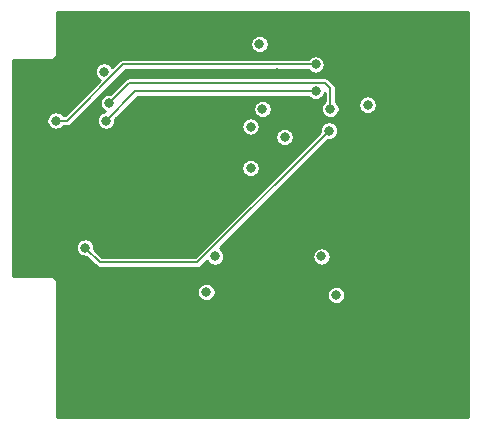
<source format=gbr>
%TF.GenerationSoftware,KiCad,Pcbnew,(5.1.6)-1*%
%TF.CreationDate,2020-12-26T20:27:22+01:00*%
%TF.ProjectId,ScreenBoard,53637265-656e-4426-9f61-72642e6b6963,rev?*%
%TF.SameCoordinates,Original*%
%TF.FileFunction,Copper,L4,Bot*%
%TF.FilePolarity,Positive*%
%FSLAX46Y46*%
G04 Gerber Fmt 4.6, Leading zero omitted, Abs format (unit mm)*
G04 Created by KiCad (PCBNEW (5.1.6)-1) date 2020-12-26 20:27:22*
%MOMM*%
%LPD*%
G01*
G04 APERTURE LIST*
%TA.AperFunction,ViaPad*%
%ADD10C,0.800000*%
%TD*%
%TA.AperFunction,Conductor*%
%ADD11C,0.200000*%
%TD*%
%TA.AperFunction,Conductor*%
%ADD12C,0.254000*%
%TD*%
G04 APERTURE END LIST*
D10*
%TO.N,GND*%
X121750000Y-54250000D03*
X133750000Y-51500000D03*
X133750000Y-62500000D03*
X129450003Y-54700003D03*
X125449997Y-51449997D03*
X125450003Y-62549997D03*
X129874978Y-66875000D03*
X131250000Y-75749998D03*
X110104991Y-73645009D03*
X133145014Y-73645000D03*
X114250000Y-72750000D03*
X117250000Y-72750000D03*
X117750000Y-70750000D03*
X118250000Y-72750000D03*
X118750000Y-70750000D03*
X119250000Y-72750000D03*
X121250000Y-70750000D03*
X121750000Y-72750000D03*
X122250000Y-70750000D03*
X122600000Y-72750000D03*
X122374995Y-61374995D03*
X113000000Y-65750000D03*
X114750000Y-65750000D03*
X116500000Y-65500000D03*
X125500000Y-65250000D03*
X123500000Y-65750000D03*
X127250000Y-65750000D03*
X121750000Y-65750000D03*
X128800003Y-72949997D03*
X127799994Y-72950000D03*
X113645005Y-73644995D03*
X111849990Y-71650010D03*
X131250000Y-71500000D03*
X126875019Y-63875019D03*
X127250000Y-50125000D03*
X132125011Y-50124989D03*
X135374993Y-50124993D03*
X123875008Y-50125008D03*
X135375003Y-63875003D03*
X123875003Y-63875003D03*
X132125012Y-63875012D03*
X111050006Y-64300006D03*
X118250000Y-60500000D03*
X102999984Y-56100004D03*
%TO.N,+3V3*%
X120500000Y-57250000D03*
X129399992Y-56899992D03*
X125500000Y-69750000D03*
X116500000Y-69750000D03*
X115749992Y-72750000D03*
X122374995Y-59624995D03*
X119500000Y-58750000D03*
X119500000Y-62250000D03*
X120250000Y-51750000D03*
X126750000Y-73000000D03*
X107099998Y-54099998D03*
%TO.N,/SPI_MISO*%
X125000000Y-53500000D03*
X103000000Y-58250000D03*
%TO.N,/SPI_SCK*%
X125000000Y-55750000D03*
X107250000Y-58250012D03*
%TO.N,/SPI_MOSI*%
X107500000Y-56775000D03*
X126250000Y-57250000D03*
%TO.N,/SD_CS*%
X126150004Y-59099996D03*
X105500000Y-69000000D03*
%TD*%
D11*
%TO.N,/SPI_MISO*%
X125000000Y-53500000D02*
X113036002Y-53500000D01*
X113036002Y-53500000D02*
X108735998Y-53500000D01*
X103985998Y-58250000D02*
X103000000Y-58250000D01*
X108735998Y-53500000D02*
X103985998Y-58250000D01*
%TO.N,/SPI_SCK*%
X125000000Y-55750000D02*
X109750012Y-55750000D01*
X109750012Y-55750000D02*
X107250000Y-58250012D01*
%TO.N,/SPI_MOSI*%
X109225001Y-55049999D02*
X125799999Y-55049999D01*
X126250000Y-55500000D02*
X126250000Y-57250000D01*
X125799999Y-55049999D02*
X126250000Y-55500000D01*
X107500000Y-56775000D02*
X109225001Y-55049999D01*
%TO.N,/SD_CS*%
X126150004Y-59099996D02*
X115000000Y-70250000D01*
X115000000Y-70250000D02*
X106750000Y-70250000D01*
X106750000Y-70250000D02*
X105500000Y-69000000D01*
%TD*%
D12*
%TO.N,GND*%
G36*
X137869001Y-83369000D02*
G01*
X103131000Y-83369000D01*
X103131000Y-72673078D01*
X114968992Y-72673078D01*
X114968992Y-72826922D01*
X114999005Y-72977809D01*
X115057879Y-73119942D01*
X115143350Y-73247859D01*
X115252133Y-73356642D01*
X115380050Y-73442113D01*
X115522183Y-73500987D01*
X115673070Y-73531000D01*
X115826914Y-73531000D01*
X115977801Y-73500987D01*
X116119934Y-73442113D01*
X116247851Y-73356642D01*
X116356634Y-73247859D01*
X116442105Y-73119942D01*
X116500979Y-72977809D01*
X116511865Y-72923078D01*
X125969000Y-72923078D01*
X125969000Y-73076922D01*
X125999013Y-73227809D01*
X126057887Y-73369942D01*
X126143358Y-73497859D01*
X126252141Y-73606642D01*
X126380058Y-73692113D01*
X126522191Y-73750987D01*
X126673078Y-73781000D01*
X126826922Y-73781000D01*
X126977809Y-73750987D01*
X127119942Y-73692113D01*
X127247859Y-73606642D01*
X127356642Y-73497859D01*
X127442113Y-73369942D01*
X127500987Y-73227809D01*
X127531000Y-73076922D01*
X127531000Y-72923078D01*
X127500987Y-72772191D01*
X127442113Y-72630058D01*
X127356642Y-72502141D01*
X127247859Y-72393358D01*
X127119942Y-72307887D01*
X126977809Y-72249013D01*
X126826922Y-72219000D01*
X126673078Y-72219000D01*
X126522191Y-72249013D01*
X126380058Y-72307887D01*
X126252141Y-72393358D01*
X126143358Y-72502141D01*
X126057887Y-72630058D01*
X125999013Y-72772191D01*
X125969000Y-72923078D01*
X116511865Y-72923078D01*
X116530992Y-72826922D01*
X116530992Y-72673078D01*
X116500979Y-72522191D01*
X116442105Y-72380058D01*
X116356634Y-72252141D01*
X116247851Y-72143358D01*
X116119934Y-72057887D01*
X115977801Y-71999013D01*
X115826914Y-71969000D01*
X115673070Y-71969000D01*
X115522183Y-71999013D01*
X115380050Y-72057887D01*
X115252133Y-72143358D01*
X115143350Y-72252141D01*
X115057879Y-72380058D01*
X114999005Y-72522191D01*
X114968992Y-72673078D01*
X103131000Y-72673078D01*
X103131000Y-72030998D01*
X103134053Y-72000000D01*
X103121870Y-71876302D01*
X103085789Y-71757358D01*
X103027196Y-71647739D01*
X102948343Y-71551657D01*
X102852261Y-71472804D01*
X102742642Y-71414211D01*
X102623698Y-71378130D01*
X102530998Y-71369000D01*
X102500000Y-71365947D01*
X102469002Y-71369000D01*
X99381000Y-71369000D01*
X99381000Y-68923078D01*
X104719000Y-68923078D01*
X104719000Y-69076922D01*
X104749013Y-69227809D01*
X104807887Y-69369942D01*
X104893358Y-69497859D01*
X105002141Y-69606642D01*
X105130058Y-69692113D01*
X105272191Y-69750987D01*
X105423078Y-69781000D01*
X105576922Y-69781000D01*
X105596808Y-69777044D01*
X106393175Y-70573412D01*
X106408236Y-70591764D01*
X106481478Y-70651872D01*
X106565039Y-70696536D01*
X106628203Y-70715696D01*
X106655707Y-70724040D01*
X106750000Y-70733327D01*
X106773626Y-70731000D01*
X114976374Y-70731000D01*
X115000000Y-70733327D01*
X115023626Y-70731000D01*
X115094292Y-70724040D01*
X115184961Y-70696536D01*
X115268522Y-70651872D01*
X115341764Y-70591764D01*
X115356830Y-70573406D01*
X115808851Y-70121385D01*
X115893358Y-70247859D01*
X116002141Y-70356642D01*
X116130058Y-70442113D01*
X116272191Y-70500987D01*
X116423078Y-70531000D01*
X116576922Y-70531000D01*
X116727809Y-70500987D01*
X116869942Y-70442113D01*
X116997859Y-70356642D01*
X117106642Y-70247859D01*
X117192113Y-70119942D01*
X117250987Y-69977809D01*
X117281000Y-69826922D01*
X117281000Y-69673078D01*
X124719000Y-69673078D01*
X124719000Y-69826922D01*
X124749013Y-69977809D01*
X124807887Y-70119942D01*
X124893358Y-70247859D01*
X125002141Y-70356642D01*
X125130058Y-70442113D01*
X125272191Y-70500987D01*
X125423078Y-70531000D01*
X125576922Y-70531000D01*
X125727809Y-70500987D01*
X125869942Y-70442113D01*
X125997859Y-70356642D01*
X126106642Y-70247859D01*
X126192113Y-70119942D01*
X126250987Y-69977809D01*
X126281000Y-69826922D01*
X126281000Y-69673078D01*
X126250987Y-69522191D01*
X126192113Y-69380058D01*
X126106642Y-69252141D01*
X125997859Y-69143358D01*
X125869942Y-69057887D01*
X125727809Y-68999013D01*
X125576922Y-68969000D01*
X125423078Y-68969000D01*
X125272191Y-68999013D01*
X125130058Y-69057887D01*
X125002141Y-69143358D01*
X124893358Y-69252141D01*
X124807887Y-69380058D01*
X124749013Y-69522191D01*
X124719000Y-69673078D01*
X117281000Y-69673078D01*
X117250987Y-69522191D01*
X117192113Y-69380058D01*
X117106642Y-69252141D01*
X116997859Y-69143358D01*
X116871385Y-69058851D01*
X126053196Y-59877041D01*
X126073082Y-59880996D01*
X126226926Y-59880996D01*
X126377813Y-59850983D01*
X126519946Y-59792109D01*
X126647863Y-59706638D01*
X126756646Y-59597855D01*
X126842117Y-59469938D01*
X126900991Y-59327805D01*
X126931004Y-59176918D01*
X126931004Y-59023074D01*
X126900991Y-58872187D01*
X126842117Y-58730054D01*
X126756646Y-58602137D01*
X126647863Y-58493354D01*
X126519946Y-58407883D01*
X126377813Y-58349009D01*
X126226926Y-58318996D01*
X126073082Y-58318996D01*
X125922195Y-58349009D01*
X125780062Y-58407883D01*
X125652145Y-58493354D01*
X125543362Y-58602137D01*
X125457891Y-58730054D01*
X125399017Y-58872187D01*
X125369004Y-59023074D01*
X125369004Y-59176918D01*
X125372959Y-59196804D01*
X114800764Y-69769000D01*
X106949237Y-69769000D01*
X106277044Y-69096808D01*
X106281000Y-69076922D01*
X106281000Y-68923078D01*
X106250987Y-68772191D01*
X106192113Y-68630058D01*
X106106642Y-68502141D01*
X105997859Y-68393358D01*
X105869942Y-68307887D01*
X105727809Y-68249013D01*
X105576922Y-68219000D01*
X105423078Y-68219000D01*
X105272191Y-68249013D01*
X105130058Y-68307887D01*
X105002141Y-68393358D01*
X104893358Y-68502141D01*
X104807887Y-68630058D01*
X104749013Y-68772191D01*
X104719000Y-68923078D01*
X99381000Y-68923078D01*
X99381000Y-62173078D01*
X118719000Y-62173078D01*
X118719000Y-62326922D01*
X118749013Y-62477809D01*
X118807887Y-62619942D01*
X118893358Y-62747859D01*
X119002141Y-62856642D01*
X119130058Y-62942113D01*
X119272191Y-63000987D01*
X119423078Y-63031000D01*
X119576922Y-63031000D01*
X119727809Y-63000987D01*
X119869942Y-62942113D01*
X119997859Y-62856642D01*
X120106642Y-62747859D01*
X120192113Y-62619942D01*
X120250987Y-62477809D01*
X120281000Y-62326922D01*
X120281000Y-62173078D01*
X120250987Y-62022191D01*
X120192113Y-61880058D01*
X120106642Y-61752141D01*
X119997859Y-61643358D01*
X119869942Y-61557887D01*
X119727809Y-61499013D01*
X119576922Y-61469000D01*
X119423078Y-61469000D01*
X119272191Y-61499013D01*
X119130058Y-61557887D01*
X119002141Y-61643358D01*
X118893358Y-61752141D01*
X118807887Y-61880058D01*
X118749013Y-62022191D01*
X118719000Y-62173078D01*
X99381000Y-62173078D01*
X99381000Y-59548073D01*
X121593995Y-59548073D01*
X121593995Y-59701917D01*
X121624008Y-59852804D01*
X121682882Y-59994937D01*
X121768353Y-60122854D01*
X121877136Y-60231637D01*
X122005053Y-60317108D01*
X122147186Y-60375982D01*
X122298073Y-60405995D01*
X122451917Y-60405995D01*
X122602804Y-60375982D01*
X122744937Y-60317108D01*
X122872854Y-60231637D01*
X122981637Y-60122854D01*
X123067108Y-59994937D01*
X123125982Y-59852804D01*
X123155995Y-59701917D01*
X123155995Y-59548073D01*
X123125982Y-59397186D01*
X123067108Y-59255053D01*
X122981637Y-59127136D01*
X122872854Y-59018353D01*
X122744937Y-58932882D01*
X122602804Y-58874008D01*
X122451917Y-58843995D01*
X122298073Y-58843995D01*
X122147186Y-58874008D01*
X122005053Y-58932882D01*
X121877136Y-59018353D01*
X121768353Y-59127136D01*
X121682882Y-59255053D01*
X121624008Y-59397186D01*
X121593995Y-59548073D01*
X99381000Y-59548073D01*
X99381000Y-58173078D01*
X102219000Y-58173078D01*
X102219000Y-58326922D01*
X102249013Y-58477809D01*
X102307887Y-58619942D01*
X102393358Y-58747859D01*
X102502141Y-58856642D01*
X102630058Y-58942113D01*
X102772191Y-59000987D01*
X102923078Y-59031000D01*
X103076922Y-59031000D01*
X103227809Y-59000987D01*
X103369942Y-58942113D01*
X103497859Y-58856642D01*
X103606642Y-58747859D01*
X103617907Y-58731000D01*
X103962372Y-58731000D01*
X103985998Y-58733327D01*
X104009624Y-58731000D01*
X104080290Y-58724040D01*
X104170959Y-58696536D01*
X104254520Y-58651872D01*
X104327762Y-58591764D01*
X104342828Y-58573406D01*
X104743144Y-58173090D01*
X106469000Y-58173090D01*
X106469000Y-58326934D01*
X106499013Y-58477821D01*
X106557887Y-58619954D01*
X106643358Y-58747871D01*
X106752141Y-58856654D01*
X106880058Y-58942125D01*
X107022191Y-59000999D01*
X107173078Y-59031012D01*
X107326922Y-59031012D01*
X107477809Y-59000999D01*
X107619942Y-58942125D01*
X107747859Y-58856654D01*
X107856642Y-58747871D01*
X107906616Y-58673078D01*
X118719000Y-58673078D01*
X118719000Y-58826922D01*
X118749013Y-58977809D01*
X118807887Y-59119942D01*
X118893358Y-59247859D01*
X119002141Y-59356642D01*
X119130058Y-59442113D01*
X119272191Y-59500987D01*
X119423078Y-59531000D01*
X119576922Y-59531000D01*
X119727809Y-59500987D01*
X119869942Y-59442113D01*
X119997859Y-59356642D01*
X120106642Y-59247859D01*
X120192113Y-59119942D01*
X120250987Y-58977809D01*
X120281000Y-58826922D01*
X120281000Y-58673078D01*
X120250987Y-58522191D01*
X120192113Y-58380058D01*
X120106642Y-58252141D01*
X119997859Y-58143358D01*
X119869942Y-58057887D01*
X119727809Y-57999013D01*
X119576922Y-57969000D01*
X119423078Y-57969000D01*
X119272191Y-57999013D01*
X119130058Y-58057887D01*
X119002141Y-58143358D01*
X118893358Y-58252141D01*
X118807887Y-58380058D01*
X118749013Y-58522191D01*
X118719000Y-58673078D01*
X107906616Y-58673078D01*
X107942113Y-58619954D01*
X108000987Y-58477821D01*
X108031000Y-58326934D01*
X108031000Y-58173090D01*
X108027044Y-58153204D01*
X109007170Y-57173078D01*
X119719000Y-57173078D01*
X119719000Y-57326922D01*
X119749013Y-57477809D01*
X119807887Y-57619942D01*
X119893358Y-57747859D01*
X120002141Y-57856642D01*
X120130058Y-57942113D01*
X120272191Y-58000987D01*
X120423078Y-58031000D01*
X120576922Y-58031000D01*
X120727809Y-58000987D01*
X120869942Y-57942113D01*
X120997859Y-57856642D01*
X121106642Y-57747859D01*
X121192113Y-57619942D01*
X121250987Y-57477809D01*
X121281000Y-57326922D01*
X121281000Y-57173078D01*
X121250987Y-57022191D01*
X121192113Y-56880058D01*
X121106642Y-56752141D01*
X120997859Y-56643358D01*
X120869942Y-56557887D01*
X120727809Y-56499013D01*
X120576922Y-56469000D01*
X120423078Y-56469000D01*
X120272191Y-56499013D01*
X120130058Y-56557887D01*
X120002141Y-56643358D01*
X119893358Y-56752141D01*
X119807887Y-56880058D01*
X119749013Y-57022191D01*
X119719000Y-57173078D01*
X109007170Y-57173078D01*
X109949249Y-56231000D01*
X124382093Y-56231000D01*
X124393358Y-56247859D01*
X124502141Y-56356642D01*
X124630058Y-56442113D01*
X124772191Y-56500987D01*
X124923078Y-56531000D01*
X125076922Y-56531000D01*
X125227809Y-56500987D01*
X125369942Y-56442113D01*
X125497859Y-56356642D01*
X125606642Y-56247859D01*
X125692113Y-56119942D01*
X125750987Y-55977809D01*
X125769000Y-55887250D01*
X125769001Y-56632093D01*
X125752141Y-56643358D01*
X125643358Y-56752141D01*
X125557887Y-56880058D01*
X125499013Y-57022191D01*
X125469000Y-57173078D01*
X125469000Y-57326922D01*
X125499013Y-57477809D01*
X125557887Y-57619942D01*
X125643358Y-57747859D01*
X125752141Y-57856642D01*
X125880058Y-57942113D01*
X126022191Y-58000987D01*
X126173078Y-58031000D01*
X126326922Y-58031000D01*
X126477809Y-58000987D01*
X126619942Y-57942113D01*
X126747859Y-57856642D01*
X126856642Y-57747859D01*
X126942113Y-57619942D01*
X127000987Y-57477809D01*
X127031000Y-57326922D01*
X127031000Y-57173078D01*
X127000987Y-57022191D01*
X126942113Y-56880058D01*
X126904036Y-56823070D01*
X128618992Y-56823070D01*
X128618992Y-56976914D01*
X128649005Y-57127801D01*
X128707879Y-57269934D01*
X128793350Y-57397851D01*
X128902133Y-57506634D01*
X129030050Y-57592105D01*
X129172183Y-57650979D01*
X129323070Y-57680992D01*
X129476914Y-57680992D01*
X129627801Y-57650979D01*
X129769934Y-57592105D01*
X129897851Y-57506634D01*
X130006634Y-57397851D01*
X130092105Y-57269934D01*
X130150979Y-57127801D01*
X130180992Y-56976914D01*
X130180992Y-56823070D01*
X130150979Y-56672183D01*
X130092105Y-56530050D01*
X130006634Y-56402133D01*
X129897851Y-56293350D01*
X129769934Y-56207879D01*
X129627801Y-56149005D01*
X129476914Y-56118992D01*
X129323070Y-56118992D01*
X129172183Y-56149005D01*
X129030050Y-56207879D01*
X128902133Y-56293350D01*
X128793350Y-56402133D01*
X128707879Y-56530050D01*
X128649005Y-56672183D01*
X128618992Y-56823070D01*
X126904036Y-56823070D01*
X126856642Y-56752141D01*
X126747859Y-56643358D01*
X126731000Y-56632093D01*
X126731000Y-55523627D01*
X126733327Y-55500000D01*
X126724040Y-55405707D01*
X126696536Y-55315038D01*
X126670684Y-55266673D01*
X126651872Y-55231478D01*
X126591764Y-55158236D01*
X126573406Y-55143170D01*
X126156829Y-54726593D01*
X126141763Y-54708235D01*
X126068521Y-54648127D01*
X125984960Y-54603463D01*
X125894291Y-54575959D01*
X125823625Y-54568999D01*
X125799999Y-54566672D01*
X125776373Y-54568999D01*
X109248627Y-54568999D01*
X109225001Y-54566672D01*
X109130708Y-54575959D01*
X109103204Y-54584303D01*
X109040040Y-54603463D01*
X108956479Y-54648127D01*
X108883237Y-54708235D01*
X108868176Y-54726587D01*
X107596808Y-55997956D01*
X107576922Y-55994000D01*
X107423078Y-55994000D01*
X107272191Y-56024013D01*
X107130058Y-56082887D01*
X107002141Y-56168358D01*
X106893358Y-56277141D01*
X106807887Y-56405058D01*
X106749013Y-56547191D01*
X106719000Y-56698078D01*
X106719000Y-56851922D01*
X106749013Y-57002809D01*
X106807887Y-57144942D01*
X106893358Y-57272859D01*
X107002141Y-57381642D01*
X107130058Y-57467113D01*
X107147112Y-57474177D01*
X107022191Y-57499025D01*
X106880058Y-57557899D01*
X106752141Y-57643370D01*
X106643358Y-57752153D01*
X106557887Y-57880070D01*
X106499013Y-58022203D01*
X106469000Y-58173090D01*
X104743144Y-58173090D01*
X108935235Y-53981000D01*
X124382093Y-53981000D01*
X124393358Y-53997859D01*
X124502141Y-54106642D01*
X124630058Y-54192113D01*
X124772191Y-54250987D01*
X124923078Y-54281000D01*
X125076922Y-54281000D01*
X125227809Y-54250987D01*
X125369942Y-54192113D01*
X125497859Y-54106642D01*
X125606642Y-53997859D01*
X125692113Y-53869942D01*
X125750987Y-53727809D01*
X125781000Y-53576922D01*
X125781000Y-53423078D01*
X125750987Y-53272191D01*
X125692113Y-53130058D01*
X125606642Y-53002141D01*
X125497859Y-52893358D01*
X125369942Y-52807887D01*
X125227809Y-52749013D01*
X125076922Y-52719000D01*
X124923078Y-52719000D01*
X124772191Y-52749013D01*
X124630058Y-52807887D01*
X124502141Y-52893358D01*
X124393358Y-53002141D01*
X124382093Y-53019000D01*
X108759613Y-53019000D01*
X108735997Y-53016674D01*
X108712381Y-53019000D01*
X108712372Y-53019000D01*
X108641706Y-53025960D01*
X108551037Y-53053464D01*
X108467476Y-53098128D01*
X108394234Y-53158236D01*
X108379173Y-53176588D01*
X107801951Y-53753811D01*
X107792111Y-53730056D01*
X107706640Y-53602139D01*
X107597857Y-53493356D01*
X107469940Y-53407885D01*
X107327807Y-53349011D01*
X107176920Y-53318998D01*
X107023076Y-53318998D01*
X106872189Y-53349011D01*
X106730056Y-53407885D01*
X106602139Y-53493356D01*
X106493356Y-53602139D01*
X106407885Y-53730056D01*
X106349011Y-53872189D01*
X106318998Y-54023076D01*
X106318998Y-54176920D01*
X106349011Y-54327807D01*
X106407885Y-54469940D01*
X106493356Y-54597857D01*
X106602139Y-54706640D01*
X106730056Y-54792111D01*
X106753811Y-54801951D01*
X103786762Y-57769000D01*
X103617907Y-57769000D01*
X103606642Y-57752141D01*
X103497859Y-57643358D01*
X103369942Y-57557887D01*
X103227809Y-57499013D01*
X103076922Y-57469000D01*
X102923078Y-57469000D01*
X102772191Y-57499013D01*
X102630058Y-57557887D01*
X102502141Y-57643358D01*
X102393358Y-57752141D01*
X102307887Y-57880058D01*
X102249013Y-58022191D01*
X102219000Y-58173078D01*
X99381000Y-58173078D01*
X99381000Y-53131000D01*
X102469002Y-53131000D01*
X102500000Y-53134053D01*
X102530998Y-53131000D01*
X102623698Y-53121870D01*
X102742642Y-53085789D01*
X102852261Y-53027196D01*
X102948343Y-52948343D01*
X103027196Y-52852261D01*
X103085789Y-52742642D01*
X103121870Y-52623698D01*
X103134053Y-52500000D01*
X103131000Y-52469002D01*
X103131000Y-51673078D01*
X119469000Y-51673078D01*
X119469000Y-51826922D01*
X119499013Y-51977809D01*
X119557887Y-52119942D01*
X119643358Y-52247859D01*
X119752141Y-52356642D01*
X119880058Y-52442113D01*
X120022191Y-52500987D01*
X120173078Y-52531000D01*
X120326922Y-52531000D01*
X120477809Y-52500987D01*
X120619942Y-52442113D01*
X120747859Y-52356642D01*
X120856642Y-52247859D01*
X120942113Y-52119942D01*
X121000987Y-51977809D01*
X121031000Y-51826922D01*
X121031000Y-51673078D01*
X121000987Y-51522191D01*
X120942113Y-51380058D01*
X120856642Y-51252141D01*
X120747859Y-51143358D01*
X120619942Y-51057887D01*
X120477809Y-50999013D01*
X120326922Y-50969000D01*
X120173078Y-50969000D01*
X120022191Y-50999013D01*
X119880058Y-51057887D01*
X119752141Y-51143358D01*
X119643358Y-51252141D01*
X119557887Y-51380058D01*
X119499013Y-51522191D01*
X119469000Y-51673078D01*
X103131000Y-51673078D01*
X103131000Y-49031000D01*
X137869000Y-49031000D01*
X137869001Y-83369000D01*
G37*
X137869001Y-83369000D02*
X103131000Y-83369000D01*
X103131000Y-72673078D01*
X114968992Y-72673078D01*
X114968992Y-72826922D01*
X114999005Y-72977809D01*
X115057879Y-73119942D01*
X115143350Y-73247859D01*
X115252133Y-73356642D01*
X115380050Y-73442113D01*
X115522183Y-73500987D01*
X115673070Y-73531000D01*
X115826914Y-73531000D01*
X115977801Y-73500987D01*
X116119934Y-73442113D01*
X116247851Y-73356642D01*
X116356634Y-73247859D01*
X116442105Y-73119942D01*
X116500979Y-72977809D01*
X116511865Y-72923078D01*
X125969000Y-72923078D01*
X125969000Y-73076922D01*
X125999013Y-73227809D01*
X126057887Y-73369942D01*
X126143358Y-73497859D01*
X126252141Y-73606642D01*
X126380058Y-73692113D01*
X126522191Y-73750987D01*
X126673078Y-73781000D01*
X126826922Y-73781000D01*
X126977809Y-73750987D01*
X127119942Y-73692113D01*
X127247859Y-73606642D01*
X127356642Y-73497859D01*
X127442113Y-73369942D01*
X127500987Y-73227809D01*
X127531000Y-73076922D01*
X127531000Y-72923078D01*
X127500987Y-72772191D01*
X127442113Y-72630058D01*
X127356642Y-72502141D01*
X127247859Y-72393358D01*
X127119942Y-72307887D01*
X126977809Y-72249013D01*
X126826922Y-72219000D01*
X126673078Y-72219000D01*
X126522191Y-72249013D01*
X126380058Y-72307887D01*
X126252141Y-72393358D01*
X126143358Y-72502141D01*
X126057887Y-72630058D01*
X125999013Y-72772191D01*
X125969000Y-72923078D01*
X116511865Y-72923078D01*
X116530992Y-72826922D01*
X116530992Y-72673078D01*
X116500979Y-72522191D01*
X116442105Y-72380058D01*
X116356634Y-72252141D01*
X116247851Y-72143358D01*
X116119934Y-72057887D01*
X115977801Y-71999013D01*
X115826914Y-71969000D01*
X115673070Y-71969000D01*
X115522183Y-71999013D01*
X115380050Y-72057887D01*
X115252133Y-72143358D01*
X115143350Y-72252141D01*
X115057879Y-72380058D01*
X114999005Y-72522191D01*
X114968992Y-72673078D01*
X103131000Y-72673078D01*
X103131000Y-72030998D01*
X103134053Y-72000000D01*
X103121870Y-71876302D01*
X103085789Y-71757358D01*
X103027196Y-71647739D01*
X102948343Y-71551657D01*
X102852261Y-71472804D01*
X102742642Y-71414211D01*
X102623698Y-71378130D01*
X102530998Y-71369000D01*
X102500000Y-71365947D01*
X102469002Y-71369000D01*
X99381000Y-71369000D01*
X99381000Y-68923078D01*
X104719000Y-68923078D01*
X104719000Y-69076922D01*
X104749013Y-69227809D01*
X104807887Y-69369942D01*
X104893358Y-69497859D01*
X105002141Y-69606642D01*
X105130058Y-69692113D01*
X105272191Y-69750987D01*
X105423078Y-69781000D01*
X105576922Y-69781000D01*
X105596808Y-69777044D01*
X106393175Y-70573412D01*
X106408236Y-70591764D01*
X106481478Y-70651872D01*
X106565039Y-70696536D01*
X106628203Y-70715696D01*
X106655707Y-70724040D01*
X106750000Y-70733327D01*
X106773626Y-70731000D01*
X114976374Y-70731000D01*
X115000000Y-70733327D01*
X115023626Y-70731000D01*
X115094292Y-70724040D01*
X115184961Y-70696536D01*
X115268522Y-70651872D01*
X115341764Y-70591764D01*
X115356830Y-70573406D01*
X115808851Y-70121385D01*
X115893358Y-70247859D01*
X116002141Y-70356642D01*
X116130058Y-70442113D01*
X116272191Y-70500987D01*
X116423078Y-70531000D01*
X116576922Y-70531000D01*
X116727809Y-70500987D01*
X116869942Y-70442113D01*
X116997859Y-70356642D01*
X117106642Y-70247859D01*
X117192113Y-70119942D01*
X117250987Y-69977809D01*
X117281000Y-69826922D01*
X117281000Y-69673078D01*
X124719000Y-69673078D01*
X124719000Y-69826922D01*
X124749013Y-69977809D01*
X124807887Y-70119942D01*
X124893358Y-70247859D01*
X125002141Y-70356642D01*
X125130058Y-70442113D01*
X125272191Y-70500987D01*
X125423078Y-70531000D01*
X125576922Y-70531000D01*
X125727809Y-70500987D01*
X125869942Y-70442113D01*
X125997859Y-70356642D01*
X126106642Y-70247859D01*
X126192113Y-70119942D01*
X126250987Y-69977809D01*
X126281000Y-69826922D01*
X126281000Y-69673078D01*
X126250987Y-69522191D01*
X126192113Y-69380058D01*
X126106642Y-69252141D01*
X125997859Y-69143358D01*
X125869942Y-69057887D01*
X125727809Y-68999013D01*
X125576922Y-68969000D01*
X125423078Y-68969000D01*
X125272191Y-68999013D01*
X125130058Y-69057887D01*
X125002141Y-69143358D01*
X124893358Y-69252141D01*
X124807887Y-69380058D01*
X124749013Y-69522191D01*
X124719000Y-69673078D01*
X117281000Y-69673078D01*
X117250987Y-69522191D01*
X117192113Y-69380058D01*
X117106642Y-69252141D01*
X116997859Y-69143358D01*
X116871385Y-69058851D01*
X126053196Y-59877041D01*
X126073082Y-59880996D01*
X126226926Y-59880996D01*
X126377813Y-59850983D01*
X126519946Y-59792109D01*
X126647863Y-59706638D01*
X126756646Y-59597855D01*
X126842117Y-59469938D01*
X126900991Y-59327805D01*
X126931004Y-59176918D01*
X126931004Y-59023074D01*
X126900991Y-58872187D01*
X126842117Y-58730054D01*
X126756646Y-58602137D01*
X126647863Y-58493354D01*
X126519946Y-58407883D01*
X126377813Y-58349009D01*
X126226926Y-58318996D01*
X126073082Y-58318996D01*
X125922195Y-58349009D01*
X125780062Y-58407883D01*
X125652145Y-58493354D01*
X125543362Y-58602137D01*
X125457891Y-58730054D01*
X125399017Y-58872187D01*
X125369004Y-59023074D01*
X125369004Y-59176918D01*
X125372959Y-59196804D01*
X114800764Y-69769000D01*
X106949237Y-69769000D01*
X106277044Y-69096808D01*
X106281000Y-69076922D01*
X106281000Y-68923078D01*
X106250987Y-68772191D01*
X106192113Y-68630058D01*
X106106642Y-68502141D01*
X105997859Y-68393358D01*
X105869942Y-68307887D01*
X105727809Y-68249013D01*
X105576922Y-68219000D01*
X105423078Y-68219000D01*
X105272191Y-68249013D01*
X105130058Y-68307887D01*
X105002141Y-68393358D01*
X104893358Y-68502141D01*
X104807887Y-68630058D01*
X104749013Y-68772191D01*
X104719000Y-68923078D01*
X99381000Y-68923078D01*
X99381000Y-62173078D01*
X118719000Y-62173078D01*
X118719000Y-62326922D01*
X118749013Y-62477809D01*
X118807887Y-62619942D01*
X118893358Y-62747859D01*
X119002141Y-62856642D01*
X119130058Y-62942113D01*
X119272191Y-63000987D01*
X119423078Y-63031000D01*
X119576922Y-63031000D01*
X119727809Y-63000987D01*
X119869942Y-62942113D01*
X119997859Y-62856642D01*
X120106642Y-62747859D01*
X120192113Y-62619942D01*
X120250987Y-62477809D01*
X120281000Y-62326922D01*
X120281000Y-62173078D01*
X120250987Y-62022191D01*
X120192113Y-61880058D01*
X120106642Y-61752141D01*
X119997859Y-61643358D01*
X119869942Y-61557887D01*
X119727809Y-61499013D01*
X119576922Y-61469000D01*
X119423078Y-61469000D01*
X119272191Y-61499013D01*
X119130058Y-61557887D01*
X119002141Y-61643358D01*
X118893358Y-61752141D01*
X118807887Y-61880058D01*
X118749013Y-62022191D01*
X118719000Y-62173078D01*
X99381000Y-62173078D01*
X99381000Y-59548073D01*
X121593995Y-59548073D01*
X121593995Y-59701917D01*
X121624008Y-59852804D01*
X121682882Y-59994937D01*
X121768353Y-60122854D01*
X121877136Y-60231637D01*
X122005053Y-60317108D01*
X122147186Y-60375982D01*
X122298073Y-60405995D01*
X122451917Y-60405995D01*
X122602804Y-60375982D01*
X122744937Y-60317108D01*
X122872854Y-60231637D01*
X122981637Y-60122854D01*
X123067108Y-59994937D01*
X123125982Y-59852804D01*
X123155995Y-59701917D01*
X123155995Y-59548073D01*
X123125982Y-59397186D01*
X123067108Y-59255053D01*
X122981637Y-59127136D01*
X122872854Y-59018353D01*
X122744937Y-58932882D01*
X122602804Y-58874008D01*
X122451917Y-58843995D01*
X122298073Y-58843995D01*
X122147186Y-58874008D01*
X122005053Y-58932882D01*
X121877136Y-59018353D01*
X121768353Y-59127136D01*
X121682882Y-59255053D01*
X121624008Y-59397186D01*
X121593995Y-59548073D01*
X99381000Y-59548073D01*
X99381000Y-58173078D01*
X102219000Y-58173078D01*
X102219000Y-58326922D01*
X102249013Y-58477809D01*
X102307887Y-58619942D01*
X102393358Y-58747859D01*
X102502141Y-58856642D01*
X102630058Y-58942113D01*
X102772191Y-59000987D01*
X102923078Y-59031000D01*
X103076922Y-59031000D01*
X103227809Y-59000987D01*
X103369942Y-58942113D01*
X103497859Y-58856642D01*
X103606642Y-58747859D01*
X103617907Y-58731000D01*
X103962372Y-58731000D01*
X103985998Y-58733327D01*
X104009624Y-58731000D01*
X104080290Y-58724040D01*
X104170959Y-58696536D01*
X104254520Y-58651872D01*
X104327762Y-58591764D01*
X104342828Y-58573406D01*
X104743144Y-58173090D01*
X106469000Y-58173090D01*
X106469000Y-58326934D01*
X106499013Y-58477821D01*
X106557887Y-58619954D01*
X106643358Y-58747871D01*
X106752141Y-58856654D01*
X106880058Y-58942125D01*
X107022191Y-59000999D01*
X107173078Y-59031012D01*
X107326922Y-59031012D01*
X107477809Y-59000999D01*
X107619942Y-58942125D01*
X107747859Y-58856654D01*
X107856642Y-58747871D01*
X107906616Y-58673078D01*
X118719000Y-58673078D01*
X118719000Y-58826922D01*
X118749013Y-58977809D01*
X118807887Y-59119942D01*
X118893358Y-59247859D01*
X119002141Y-59356642D01*
X119130058Y-59442113D01*
X119272191Y-59500987D01*
X119423078Y-59531000D01*
X119576922Y-59531000D01*
X119727809Y-59500987D01*
X119869942Y-59442113D01*
X119997859Y-59356642D01*
X120106642Y-59247859D01*
X120192113Y-59119942D01*
X120250987Y-58977809D01*
X120281000Y-58826922D01*
X120281000Y-58673078D01*
X120250987Y-58522191D01*
X120192113Y-58380058D01*
X120106642Y-58252141D01*
X119997859Y-58143358D01*
X119869942Y-58057887D01*
X119727809Y-57999013D01*
X119576922Y-57969000D01*
X119423078Y-57969000D01*
X119272191Y-57999013D01*
X119130058Y-58057887D01*
X119002141Y-58143358D01*
X118893358Y-58252141D01*
X118807887Y-58380058D01*
X118749013Y-58522191D01*
X118719000Y-58673078D01*
X107906616Y-58673078D01*
X107942113Y-58619954D01*
X108000987Y-58477821D01*
X108031000Y-58326934D01*
X108031000Y-58173090D01*
X108027044Y-58153204D01*
X109007170Y-57173078D01*
X119719000Y-57173078D01*
X119719000Y-57326922D01*
X119749013Y-57477809D01*
X119807887Y-57619942D01*
X119893358Y-57747859D01*
X120002141Y-57856642D01*
X120130058Y-57942113D01*
X120272191Y-58000987D01*
X120423078Y-58031000D01*
X120576922Y-58031000D01*
X120727809Y-58000987D01*
X120869942Y-57942113D01*
X120997859Y-57856642D01*
X121106642Y-57747859D01*
X121192113Y-57619942D01*
X121250987Y-57477809D01*
X121281000Y-57326922D01*
X121281000Y-57173078D01*
X121250987Y-57022191D01*
X121192113Y-56880058D01*
X121106642Y-56752141D01*
X120997859Y-56643358D01*
X120869942Y-56557887D01*
X120727809Y-56499013D01*
X120576922Y-56469000D01*
X120423078Y-56469000D01*
X120272191Y-56499013D01*
X120130058Y-56557887D01*
X120002141Y-56643358D01*
X119893358Y-56752141D01*
X119807887Y-56880058D01*
X119749013Y-57022191D01*
X119719000Y-57173078D01*
X109007170Y-57173078D01*
X109949249Y-56231000D01*
X124382093Y-56231000D01*
X124393358Y-56247859D01*
X124502141Y-56356642D01*
X124630058Y-56442113D01*
X124772191Y-56500987D01*
X124923078Y-56531000D01*
X125076922Y-56531000D01*
X125227809Y-56500987D01*
X125369942Y-56442113D01*
X125497859Y-56356642D01*
X125606642Y-56247859D01*
X125692113Y-56119942D01*
X125750987Y-55977809D01*
X125769000Y-55887250D01*
X125769001Y-56632093D01*
X125752141Y-56643358D01*
X125643358Y-56752141D01*
X125557887Y-56880058D01*
X125499013Y-57022191D01*
X125469000Y-57173078D01*
X125469000Y-57326922D01*
X125499013Y-57477809D01*
X125557887Y-57619942D01*
X125643358Y-57747859D01*
X125752141Y-57856642D01*
X125880058Y-57942113D01*
X126022191Y-58000987D01*
X126173078Y-58031000D01*
X126326922Y-58031000D01*
X126477809Y-58000987D01*
X126619942Y-57942113D01*
X126747859Y-57856642D01*
X126856642Y-57747859D01*
X126942113Y-57619942D01*
X127000987Y-57477809D01*
X127031000Y-57326922D01*
X127031000Y-57173078D01*
X127000987Y-57022191D01*
X126942113Y-56880058D01*
X126904036Y-56823070D01*
X128618992Y-56823070D01*
X128618992Y-56976914D01*
X128649005Y-57127801D01*
X128707879Y-57269934D01*
X128793350Y-57397851D01*
X128902133Y-57506634D01*
X129030050Y-57592105D01*
X129172183Y-57650979D01*
X129323070Y-57680992D01*
X129476914Y-57680992D01*
X129627801Y-57650979D01*
X129769934Y-57592105D01*
X129897851Y-57506634D01*
X130006634Y-57397851D01*
X130092105Y-57269934D01*
X130150979Y-57127801D01*
X130180992Y-56976914D01*
X130180992Y-56823070D01*
X130150979Y-56672183D01*
X130092105Y-56530050D01*
X130006634Y-56402133D01*
X129897851Y-56293350D01*
X129769934Y-56207879D01*
X129627801Y-56149005D01*
X129476914Y-56118992D01*
X129323070Y-56118992D01*
X129172183Y-56149005D01*
X129030050Y-56207879D01*
X128902133Y-56293350D01*
X128793350Y-56402133D01*
X128707879Y-56530050D01*
X128649005Y-56672183D01*
X128618992Y-56823070D01*
X126904036Y-56823070D01*
X126856642Y-56752141D01*
X126747859Y-56643358D01*
X126731000Y-56632093D01*
X126731000Y-55523627D01*
X126733327Y-55500000D01*
X126724040Y-55405707D01*
X126696536Y-55315038D01*
X126670684Y-55266673D01*
X126651872Y-55231478D01*
X126591764Y-55158236D01*
X126573406Y-55143170D01*
X126156829Y-54726593D01*
X126141763Y-54708235D01*
X126068521Y-54648127D01*
X125984960Y-54603463D01*
X125894291Y-54575959D01*
X125823625Y-54568999D01*
X125799999Y-54566672D01*
X125776373Y-54568999D01*
X109248627Y-54568999D01*
X109225001Y-54566672D01*
X109130708Y-54575959D01*
X109103204Y-54584303D01*
X109040040Y-54603463D01*
X108956479Y-54648127D01*
X108883237Y-54708235D01*
X108868176Y-54726587D01*
X107596808Y-55997956D01*
X107576922Y-55994000D01*
X107423078Y-55994000D01*
X107272191Y-56024013D01*
X107130058Y-56082887D01*
X107002141Y-56168358D01*
X106893358Y-56277141D01*
X106807887Y-56405058D01*
X106749013Y-56547191D01*
X106719000Y-56698078D01*
X106719000Y-56851922D01*
X106749013Y-57002809D01*
X106807887Y-57144942D01*
X106893358Y-57272859D01*
X107002141Y-57381642D01*
X107130058Y-57467113D01*
X107147112Y-57474177D01*
X107022191Y-57499025D01*
X106880058Y-57557899D01*
X106752141Y-57643370D01*
X106643358Y-57752153D01*
X106557887Y-57880070D01*
X106499013Y-58022203D01*
X106469000Y-58173090D01*
X104743144Y-58173090D01*
X108935235Y-53981000D01*
X124382093Y-53981000D01*
X124393358Y-53997859D01*
X124502141Y-54106642D01*
X124630058Y-54192113D01*
X124772191Y-54250987D01*
X124923078Y-54281000D01*
X125076922Y-54281000D01*
X125227809Y-54250987D01*
X125369942Y-54192113D01*
X125497859Y-54106642D01*
X125606642Y-53997859D01*
X125692113Y-53869942D01*
X125750987Y-53727809D01*
X125781000Y-53576922D01*
X125781000Y-53423078D01*
X125750987Y-53272191D01*
X125692113Y-53130058D01*
X125606642Y-53002141D01*
X125497859Y-52893358D01*
X125369942Y-52807887D01*
X125227809Y-52749013D01*
X125076922Y-52719000D01*
X124923078Y-52719000D01*
X124772191Y-52749013D01*
X124630058Y-52807887D01*
X124502141Y-52893358D01*
X124393358Y-53002141D01*
X124382093Y-53019000D01*
X108759613Y-53019000D01*
X108735997Y-53016674D01*
X108712381Y-53019000D01*
X108712372Y-53019000D01*
X108641706Y-53025960D01*
X108551037Y-53053464D01*
X108467476Y-53098128D01*
X108394234Y-53158236D01*
X108379173Y-53176588D01*
X107801951Y-53753811D01*
X107792111Y-53730056D01*
X107706640Y-53602139D01*
X107597857Y-53493356D01*
X107469940Y-53407885D01*
X107327807Y-53349011D01*
X107176920Y-53318998D01*
X107023076Y-53318998D01*
X106872189Y-53349011D01*
X106730056Y-53407885D01*
X106602139Y-53493356D01*
X106493356Y-53602139D01*
X106407885Y-53730056D01*
X106349011Y-53872189D01*
X106318998Y-54023076D01*
X106318998Y-54176920D01*
X106349011Y-54327807D01*
X106407885Y-54469940D01*
X106493356Y-54597857D01*
X106602139Y-54706640D01*
X106730056Y-54792111D01*
X106753811Y-54801951D01*
X103786762Y-57769000D01*
X103617907Y-57769000D01*
X103606642Y-57752141D01*
X103497859Y-57643358D01*
X103369942Y-57557887D01*
X103227809Y-57499013D01*
X103076922Y-57469000D01*
X102923078Y-57469000D01*
X102772191Y-57499013D01*
X102630058Y-57557887D01*
X102502141Y-57643358D01*
X102393358Y-57752141D01*
X102307887Y-57880058D01*
X102249013Y-58022191D01*
X102219000Y-58173078D01*
X99381000Y-58173078D01*
X99381000Y-53131000D01*
X102469002Y-53131000D01*
X102500000Y-53134053D01*
X102530998Y-53131000D01*
X102623698Y-53121870D01*
X102742642Y-53085789D01*
X102852261Y-53027196D01*
X102948343Y-52948343D01*
X103027196Y-52852261D01*
X103085789Y-52742642D01*
X103121870Y-52623698D01*
X103134053Y-52500000D01*
X103131000Y-52469002D01*
X103131000Y-51673078D01*
X119469000Y-51673078D01*
X119469000Y-51826922D01*
X119499013Y-51977809D01*
X119557887Y-52119942D01*
X119643358Y-52247859D01*
X119752141Y-52356642D01*
X119880058Y-52442113D01*
X120022191Y-52500987D01*
X120173078Y-52531000D01*
X120326922Y-52531000D01*
X120477809Y-52500987D01*
X120619942Y-52442113D01*
X120747859Y-52356642D01*
X120856642Y-52247859D01*
X120942113Y-52119942D01*
X121000987Y-51977809D01*
X121031000Y-51826922D01*
X121031000Y-51673078D01*
X121000987Y-51522191D01*
X120942113Y-51380058D01*
X120856642Y-51252141D01*
X120747859Y-51143358D01*
X120619942Y-51057887D01*
X120477809Y-50999013D01*
X120326922Y-50969000D01*
X120173078Y-50969000D01*
X120022191Y-50999013D01*
X119880058Y-51057887D01*
X119752141Y-51143358D01*
X119643358Y-51252141D01*
X119557887Y-51380058D01*
X119499013Y-51522191D01*
X119469000Y-51673078D01*
X103131000Y-51673078D01*
X103131000Y-49031000D01*
X137869000Y-49031000D01*
X137869001Y-83369000D01*
%TD*%
M02*

</source>
